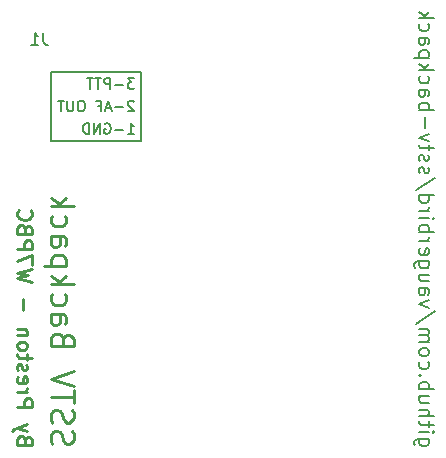
<source format=gbr>
%TF.GenerationSoftware,KiCad,Pcbnew,9.0.0*%
%TF.CreationDate,2025-10-22T11:07:00-07:00*%
%TF.ProjectId,sstv-backpack-v1.0.1,73737476-2d62-4616-936b-7061636b2d76,1.0*%
%TF.SameCoordinates,Original*%
%TF.FileFunction,Legend,Bot*%
%TF.FilePolarity,Positive*%
%FSLAX46Y46*%
G04 Gerber Fmt 4.6, Leading zero omitted, Abs format (unit mm)*
G04 Created by KiCad (PCBNEW 9.0.0) date 2025-10-22 11:07:00*
%MOMM*%
%LPD*%
G01*
G04 APERTURE LIST*
%ADD10C,0.127000*%
%ADD11C,0.177800*%
%ADD12C,0.254000*%
%ADD13C,0.158750*%
%ADD14C,0.150000*%
G04 APERTURE END LIST*
D10*
X143764000Y-90170000D02*
X151384000Y-90170000D01*
X151384000Y-96012000D01*
X143764000Y-96012000D01*
X143764000Y-90170000D01*
D11*
X150240999Y-95398023D02*
X150748999Y-95398023D01*
X150494999Y-95398023D02*
X150494999Y-94509023D01*
X150494999Y-94509023D02*
X150579666Y-94636023D01*
X150579666Y-94636023D02*
X150664333Y-94720690D01*
X150664333Y-94720690D02*
X150748999Y-94763023D01*
X149859999Y-95059356D02*
X149182666Y-95059356D01*
X148293665Y-94551356D02*
X148378332Y-94509023D01*
X148378332Y-94509023D02*
X148505332Y-94509023D01*
X148505332Y-94509023D02*
X148632332Y-94551356D01*
X148632332Y-94551356D02*
X148716999Y-94636023D01*
X148716999Y-94636023D02*
X148759332Y-94720690D01*
X148759332Y-94720690D02*
X148801665Y-94890023D01*
X148801665Y-94890023D02*
X148801665Y-95017023D01*
X148801665Y-95017023D02*
X148759332Y-95186356D01*
X148759332Y-95186356D02*
X148716999Y-95271023D01*
X148716999Y-95271023D02*
X148632332Y-95355690D01*
X148632332Y-95355690D02*
X148505332Y-95398023D01*
X148505332Y-95398023D02*
X148420665Y-95398023D01*
X148420665Y-95398023D02*
X148293665Y-95355690D01*
X148293665Y-95355690D02*
X148251332Y-95313356D01*
X148251332Y-95313356D02*
X148251332Y-95017023D01*
X148251332Y-95017023D02*
X148420665Y-95017023D01*
X147870332Y-95398023D02*
X147870332Y-94509023D01*
X147870332Y-94509023D02*
X147362332Y-95398023D01*
X147362332Y-95398023D02*
X147362332Y-94509023D01*
X146938999Y-95398023D02*
X146938999Y-94509023D01*
X146938999Y-94509023D02*
X146727332Y-94509023D01*
X146727332Y-94509023D02*
X146600332Y-94551356D01*
X146600332Y-94551356D02*
X146515666Y-94636023D01*
X146515666Y-94636023D02*
X146473332Y-94720690D01*
X146473332Y-94720690D02*
X146430999Y-94890023D01*
X146430999Y-94890023D02*
X146430999Y-95017023D01*
X146430999Y-95017023D02*
X146473332Y-95186356D01*
X146473332Y-95186356D02*
X146515666Y-95271023D01*
X146515666Y-95271023D02*
X146600332Y-95355690D01*
X146600332Y-95355690D02*
X146727332Y-95398023D01*
X146727332Y-95398023D02*
X146938999Y-95398023D01*
D12*
X141549869Y-121281180D02*
X141489393Y-121099752D01*
X141489393Y-121099752D02*
X141428917Y-121039275D01*
X141428917Y-121039275D02*
X141307965Y-120978799D01*
X141307965Y-120978799D02*
X141126536Y-120978799D01*
X141126536Y-120978799D02*
X141005584Y-121039275D01*
X141005584Y-121039275D02*
X140945108Y-121099752D01*
X140945108Y-121099752D02*
X140884631Y-121220704D01*
X140884631Y-121220704D02*
X140884631Y-121704514D01*
X140884631Y-121704514D02*
X142154631Y-121704514D01*
X142154631Y-121704514D02*
X142154631Y-121281180D01*
X142154631Y-121281180D02*
X142094155Y-121160228D01*
X142094155Y-121160228D02*
X142033679Y-121099752D01*
X142033679Y-121099752D02*
X141912727Y-121039275D01*
X141912727Y-121039275D02*
X141791774Y-121039275D01*
X141791774Y-121039275D02*
X141670822Y-121099752D01*
X141670822Y-121099752D02*
X141610346Y-121160228D01*
X141610346Y-121160228D02*
X141549869Y-121281180D01*
X141549869Y-121281180D02*
X141549869Y-121704514D01*
X141731298Y-120555466D02*
X140884631Y-120253085D01*
X141731298Y-119950704D02*
X140884631Y-120253085D01*
X140884631Y-120253085D02*
X140582250Y-120374037D01*
X140582250Y-120374037D02*
X140521774Y-120434514D01*
X140521774Y-120434514D02*
X140461298Y-120555466D01*
X140884631Y-118499276D02*
X142154631Y-118499276D01*
X142154631Y-118499276D02*
X142154631Y-118015466D01*
X142154631Y-118015466D02*
X142094155Y-117894514D01*
X142094155Y-117894514D02*
X142033679Y-117834037D01*
X142033679Y-117834037D02*
X141912727Y-117773561D01*
X141912727Y-117773561D02*
X141731298Y-117773561D01*
X141731298Y-117773561D02*
X141610346Y-117834037D01*
X141610346Y-117834037D02*
X141549869Y-117894514D01*
X141549869Y-117894514D02*
X141489393Y-118015466D01*
X141489393Y-118015466D02*
X141489393Y-118499276D01*
X140884631Y-117229276D02*
X141731298Y-117229276D01*
X141489393Y-117229276D02*
X141610346Y-117168799D01*
X141610346Y-117168799D02*
X141670822Y-117108323D01*
X141670822Y-117108323D02*
X141731298Y-116987371D01*
X141731298Y-116987371D02*
X141731298Y-116866418D01*
X140945108Y-115959276D02*
X140884631Y-116080228D01*
X140884631Y-116080228D02*
X140884631Y-116322133D01*
X140884631Y-116322133D02*
X140945108Y-116443086D01*
X140945108Y-116443086D02*
X141066060Y-116503562D01*
X141066060Y-116503562D02*
X141549869Y-116503562D01*
X141549869Y-116503562D02*
X141670822Y-116443086D01*
X141670822Y-116443086D02*
X141731298Y-116322133D01*
X141731298Y-116322133D02*
X141731298Y-116080228D01*
X141731298Y-116080228D02*
X141670822Y-115959276D01*
X141670822Y-115959276D02*
X141549869Y-115898800D01*
X141549869Y-115898800D02*
X141428917Y-115898800D01*
X141428917Y-115898800D02*
X141307965Y-116503562D01*
X140945108Y-115414991D02*
X140884631Y-115294038D01*
X140884631Y-115294038D02*
X140884631Y-115052134D01*
X140884631Y-115052134D02*
X140945108Y-114931181D01*
X140945108Y-114931181D02*
X141066060Y-114870705D01*
X141066060Y-114870705D02*
X141126536Y-114870705D01*
X141126536Y-114870705D02*
X141247488Y-114931181D01*
X141247488Y-114931181D02*
X141307965Y-115052134D01*
X141307965Y-115052134D02*
X141307965Y-115233562D01*
X141307965Y-115233562D02*
X141368441Y-115354515D01*
X141368441Y-115354515D02*
X141489393Y-115414991D01*
X141489393Y-115414991D02*
X141549869Y-115414991D01*
X141549869Y-115414991D02*
X141670822Y-115354515D01*
X141670822Y-115354515D02*
X141731298Y-115233562D01*
X141731298Y-115233562D02*
X141731298Y-115052134D01*
X141731298Y-115052134D02*
X141670822Y-114931181D01*
X141731298Y-114507848D02*
X141731298Y-114024039D01*
X142154631Y-114326420D02*
X141066060Y-114326420D01*
X141066060Y-114326420D02*
X140945108Y-114265943D01*
X140945108Y-114265943D02*
X140884631Y-114144991D01*
X140884631Y-114144991D02*
X140884631Y-114024039D01*
X140884631Y-113419277D02*
X140945108Y-113540229D01*
X140945108Y-113540229D02*
X141005584Y-113600706D01*
X141005584Y-113600706D02*
X141126536Y-113661182D01*
X141126536Y-113661182D02*
X141489393Y-113661182D01*
X141489393Y-113661182D02*
X141610346Y-113600706D01*
X141610346Y-113600706D02*
X141670822Y-113540229D01*
X141670822Y-113540229D02*
X141731298Y-113419277D01*
X141731298Y-113419277D02*
X141731298Y-113237848D01*
X141731298Y-113237848D02*
X141670822Y-113116896D01*
X141670822Y-113116896D02*
X141610346Y-113056420D01*
X141610346Y-113056420D02*
X141489393Y-112995944D01*
X141489393Y-112995944D02*
X141126536Y-112995944D01*
X141126536Y-112995944D02*
X141005584Y-113056420D01*
X141005584Y-113056420D02*
X140945108Y-113116896D01*
X140945108Y-113116896D02*
X140884631Y-113237848D01*
X140884631Y-113237848D02*
X140884631Y-113419277D01*
X141731298Y-112451658D02*
X140884631Y-112451658D01*
X141610346Y-112451658D02*
X141670822Y-112391181D01*
X141670822Y-112391181D02*
X141731298Y-112270229D01*
X141731298Y-112270229D02*
X141731298Y-112088800D01*
X141731298Y-112088800D02*
X141670822Y-111967848D01*
X141670822Y-111967848D02*
X141549869Y-111907372D01*
X141549869Y-111907372D02*
X140884631Y-111907372D01*
X141368441Y-110334991D02*
X141368441Y-109367372D01*
X142154631Y-107915943D02*
X140884631Y-107613562D01*
X140884631Y-107613562D02*
X141791774Y-107371657D01*
X141791774Y-107371657D02*
X140884631Y-107129752D01*
X140884631Y-107129752D02*
X142154631Y-106827372D01*
X142154631Y-106464514D02*
X142154631Y-105617847D01*
X142154631Y-105617847D02*
X140884631Y-106162133D01*
X140884631Y-105134038D02*
X142154631Y-105134038D01*
X142154631Y-105134038D02*
X142154631Y-104650228D01*
X142154631Y-104650228D02*
X142094155Y-104529276D01*
X142094155Y-104529276D02*
X142033679Y-104468799D01*
X142033679Y-104468799D02*
X141912727Y-104408323D01*
X141912727Y-104408323D02*
X141731298Y-104408323D01*
X141731298Y-104408323D02*
X141610346Y-104468799D01*
X141610346Y-104468799D02*
X141549869Y-104529276D01*
X141549869Y-104529276D02*
X141489393Y-104650228D01*
X141489393Y-104650228D02*
X141489393Y-105134038D01*
X141549869Y-103440704D02*
X141489393Y-103259276D01*
X141489393Y-103259276D02*
X141428917Y-103198799D01*
X141428917Y-103198799D02*
X141307965Y-103138323D01*
X141307965Y-103138323D02*
X141126536Y-103138323D01*
X141126536Y-103138323D02*
X141005584Y-103198799D01*
X141005584Y-103198799D02*
X140945108Y-103259276D01*
X140945108Y-103259276D02*
X140884631Y-103380228D01*
X140884631Y-103380228D02*
X140884631Y-103864038D01*
X140884631Y-103864038D02*
X142154631Y-103864038D01*
X142154631Y-103864038D02*
X142154631Y-103440704D01*
X142154631Y-103440704D02*
X142094155Y-103319752D01*
X142094155Y-103319752D02*
X142033679Y-103259276D01*
X142033679Y-103259276D02*
X141912727Y-103198799D01*
X141912727Y-103198799D02*
X141791774Y-103198799D01*
X141791774Y-103198799D02*
X141670822Y-103259276D01*
X141670822Y-103259276D02*
X141610346Y-103319752D01*
X141610346Y-103319752D02*
X141549869Y-103440704D01*
X141549869Y-103440704D02*
X141549869Y-103864038D01*
X141005584Y-101868323D02*
X140945108Y-101928799D01*
X140945108Y-101928799D02*
X140884631Y-102110228D01*
X140884631Y-102110228D02*
X140884631Y-102231180D01*
X140884631Y-102231180D02*
X140945108Y-102412609D01*
X140945108Y-102412609D02*
X141066060Y-102533561D01*
X141066060Y-102533561D02*
X141187012Y-102594038D01*
X141187012Y-102594038D02*
X141428917Y-102654514D01*
X141428917Y-102654514D02*
X141610346Y-102654514D01*
X141610346Y-102654514D02*
X141852250Y-102594038D01*
X141852250Y-102594038D02*
X141973203Y-102533561D01*
X141973203Y-102533561D02*
X142094155Y-102412609D01*
X142094155Y-102412609D02*
X142154631Y-102231180D01*
X142154631Y-102231180D02*
X142154631Y-102110228D01*
X142154631Y-102110228D02*
X142094155Y-101928799D01*
X142094155Y-101928799D02*
X142033679Y-101868323D01*
D11*
X150812500Y-90699023D02*
X150262166Y-90699023D01*
X150262166Y-90699023D02*
X150558500Y-91037690D01*
X150558500Y-91037690D02*
X150431500Y-91037690D01*
X150431500Y-91037690D02*
X150346833Y-91080023D01*
X150346833Y-91080023D02*
X150304500Y-91122356D01*
X150304500Y-91122356D02*
X150262166Y-91207023D01*
X150262166Y-91207023D02*
X150262166Y-91418690D01*
X150262166Y-91418690D02*
X150304500Y-91503356D01*
X150304500Y-91503356D02*
X150346833Y-91545690D01*
X150346833Y-91545690D02*
X150431500Y-91588023D01*
X150431500Y-91588023D02*
X150685500Y-91588023D01*
X150685500Y-91588023D02*
X150770166Y-91545690D01*
X150770166Y-91545690D02*
X150812500Y-91503356D01*
X149881166Y-91249356D02*
X149203833Y-91249356D01*
X148780499Y-91588023D02*
X148780499Y-90699023D01*
X148780499Y-90699023D02*
X148441832Y-90699023D01*
X148441832Y-90699023D02*
X148357166Y-90741356D01*
X148357166Y-90741356D02*
X148314832Y-90783690D01*
X148314832Y-90783690D02*
X148272499Y-90868356D01*
X148272499Y-90868356D02*
X148272499Y-90995356D01*
X148272499Y-90995356D02*
X148314832Y-91080023D01*
X148314832Y-91080023D02*
X148357166Y-91122356D01*
X148357166Y-91122356D02*
X148441832Y-91164690D01*
X148441832Y-91164690D02*
X148780499Y-91164690D01*
X148018499Y-90699023D02*
X147510499Y-90699023D01*
X147764499Y-91588023D02*
X147764499Y-90699023D01*
X147341166Y-90699023D02*
X146833166Y-90699023D01*
X147087166Y-91588023D02*
X147087166Y-90699023D01*
D13*
X175762345Y-121222893D02*
X174734250Y-121222893D01*
X174734250Y-121222893D02*
X174613297Y-121283369D01*
X174613297Y-121283369D02*
X174552821Y-121343845D01*
X174552821Y-121343845D02*
X174492345Y-121464798D01*
X174492345Y-121464798D02*
X174492345Y-121646226D01*
X174492345Y-121646226D02*
X174552821Y-121767179D01*
X174976155Y-121222893D02*
X174915678Y-121343845D01*
X174915678Y-121343845D02*
X174915678Y-121585750D01*
X174915678Y-121585750D02*
X174976155Y-121706702D01*
X174976155Y-121706702D02*
X175036631Y-121767179D01*
X175036631Y-121767179D02*
X175157583Y-121827655D01*
X175157583Y-121827655D02*
X175520440Y-121827655D01*
X175520440Y-121827655D02*
X175641393Y-121767179D01*
X175641393Y-121767179D02*
X175701869Y-121706702D01*
X175701869Y-121706702D02*
X175762345Y-121585750D01*
X175762345Y-121585750D02*
X175762345Y-121343845D01*
X175762345Y-121343845D02*
X175701869Y-121222893D01*
X174915678Y-120618131D02*
X175762345Y-120618131D01*
X176185678Y-120618131D02*
X176125202Y-120678607D01*
X176125202Y-120678607D02*
X176064726Y-120618131D01*
X176064726Y-120618131D02*
X176125202Y-120557654D01*
X176125202Y-120557654D02*
X176185678Y-120618131D01*
X176185678Y-120618131D02*
X176064726Y-120618131D01*
X175762345Y-120194797D02*
X175762345Y-119710988D01*
X176185678Y-120013369D02*
X175097107Y-120013369D01*
X175097107Y-120013369D02*
X174976155Y-119952892D01*
X174976155Y-119952892D02*
X174915678Y-119831940D01*
X174915678Y-119831940D02*
X174915678Y-119710988D01*
X174915678Y-119287655D02*
X176185678Y-119287655D01*
X174915678Y-118743369D02*
X175580916Y-118743369D01*
X175580916Y-118743369D02*
X175701869Y-118803845D01*
X175701869Y-118803845D02*
X175762345Y-118924797D01*
X175762345Y-118924797D02*
X175762345Y-119106226D01*
X175762345Y-119106226D02*
X175701869Y-119227178D01*
X175701869Y-119227178D02*
X175641393Y-119287655D01*
X175762345Y-117594321D02*
X174915678Y-117594321D01*
X175762345Y-118138607D02*
X175097107Y-118138607D01*
X175097107Y-118138607D02*
X174976155Y-118078130D01*
X174976155Y-118078130D02*
X174915678Y-117957178D01*
X174915678Y-117957178D02*
X174915678Y-117775749D01*
X174915678Y-117775749D02*
X174976155Y-117654797D01*
X174976155Y-117654797D02*
X175036631Y-117594321D01*
X174915678Y-116989559D02*
X176185678Y-116989559D01*
X175701869Y-116989559D02*
X175762345Y-116868606D01*
X175762345Y-116868606D02*
X175762345Y-116626701D01*
X175762345Y-116626701D02*
X175701869Y-116505749D01*
X175701869Y-116505749D02*
X175641393Y-116445273D01*
X175641393Y-116445273D02*
X175520440Y-116384797D01*
X175520440Y-116384797D02*
X175157583Y-116384797D01*
X175157583Y-116384797D02*
X175036631Y-116445273D01*
X175036631Y-116445273D02*
X174976155Y-116505749D01*
X174976155Y-116505749D02*
X174915678Y-116626701D01*
X174915678Y-116626701D02*
X174915678Y-116868606D01*
X174915678Y-116868606D02*
X174976155Y-116989559D01*
X175036631Y-115840511D02*
X174976155Y-115780034D01*
X174976155Y-115780034D02*
X174915678Y-115840511D01*
X174915678Y-115840511D02*
X174976155Y-115900987D01*
X174976155Y-115900987D02*
X175036631Y-115840511D01*
X175036631Y-115840511D02*
X174915678Y-115840511D01*
X174976155Y-114691463D02*
X174915678Y-114812415D01*
X174915678Y-114812415D02*
X174915678Y-115054320D01*
X174915678Y-115054320D02*
X174976155Y-115175272D01*
X174976155Y-115175272D02*
X175036631Y-115235749D01*
X175036631Y-115235749D02*
X175157583Y-115296225D01*
X175157583Y-115296225D02*
X175520440Y-115296225D01*
X175520440Y-115296225D02*
X175641393Y-115235749D01*
X175641393Y-115235749D02*
X175701869Y-115175272D01*
X175701869Y-115175272D02*
X175762345Y-115054320D01*
X175762345Y-115054320D02*
X175762345Y-114812415D01*
X175762345Y-114812415D02*
X175701869Y-114691463D01*
X174915678Y-113965749D02*
X174976155Y-114086701D01*
X174976155Y-114086701D02*
X175036631Y-114147178D01*
X175036631Y-114147178D02*
X175157583Y-114207654D01*
X175157583Y-114207654D02*
X175520440Y-114207654D01*
X175520440Y-114207654D02*
X175641393Y-114147178D01*
X175641393Y-114147178D02*
X175701869Y-114086701D01*
X175701869Y-114086701D02*
X175762345Y-113965749D01*
X175762345Y-113965749D02*
X175762345Y-113784320D01*
X175762345Y-113784320D02*
X175701869Y-113663368D01*
X175701869Y-113663368D02*
X175641393Y-113602892D01*
X175641393Y-113602892D02*
X175520440Y-113542416D01*
X175520440Y-113542416D02*
X175157583Y-113542416D01*
X175157583Y-113542416D02*
X175036631Y-113602892D01*
X175036631Y-113602892D02*
X174976155Y-113663368D01*
X174976155Y-113663368D02*
X174915678Y-113784320D01*
X174915678Y-113784320D02*
X174915678Y-113965749D01*
X174915678Y-112998130D02*
X175762345Y-112998130D01*
X175641393Y-112998130D02*
X175701869Y-112937653D01*
X175701869Y-112937653D02*
X175762345Y-112816701D01*
X175762345Y-112816701D02*
X175762345Y-112635272D01*
X175762345Y-112635272D02*
X175701869Y-112514320D01*
X175701869Y-112514320D02*
X175580916Y-112453844D01*
X175580916Y-112453844D02*
X174915678Y-112453844D01*
X175580916Y-112453844D02*
X175701869Y-112393368D01*
X175701869Y-112393368D02*
X175762345Y-112272415D01*
X175762345Y-112272415D02*
X175762345Y-112090987D01*
X175762345Y-112090987D02*
X175701869Y-111970034D01*
X175701869Y-111970034D02*
X175580916Y-111909558D01*
X175580916Y-111909558D02*
X174915678Y-111909558D01*
X176246155Y-110397654D02*
X174613297Y-111486225D01*
X175762345Y-110095273D02*
X174915678Y-109792892D01*
X174915678Y-109792892D02*
X175762345Y-109490511D01*
X174915678Y-108462416D02*
X175580916Y-108462416D01*
X175580916Y-108462416D02*
X175701869Y-108522892D01*
X175701869Y-108522892D02*
X175762345Y-108643844D01*
X175762345Y-108643844D02*
X175762345Y-108885749D01*
X175762345Y-108885749D02*
X175701869Y-109006702D01*
X174976155Y-108462416D02*
X174915678Y-108583368D01*
X174915678Y-108583368D02*
X174915678Y-108885749D01*
X174915678Y-108885749D02*
X174976155Y-109006702D01*
X174976155Y-109006702D02*
X175097107Y-109067178D01*
X175097107Y-109067178D02*
X175218059Y-109067178D01*
X175218059Y-109067178D02*
X175339012Y-109006702D01*
X175339012Y-109006702D02*
X175399488Y-108885749D01*
X175399488Y-108885749D02*
X175399488Y-108583368D01*
X175399488Y-108583368D02*
X175459964Y-108462416D01*
X175762345Y-107313368D02*
X174915678Y-107313368D01*
X175762345Y-107857654D02*
X175097107Y-107857654D01*
X175097107Y-107857654D02*
X174976155Y-107797177D01*
X174976155Y-107797177D02*
X174915678Y-107676225D01*
X174915678Y-107676225D02*
X174915678Y-107494796D01*
X174915678Y-107494796D02*
X174976155Y-107373844D01*
X174976155Y-107373844D02*
X175036631Y-107313368D01*
X175762345Y-106164320D02*
X174734250Y-106164320D01*
X174734250Y-106164320D02*
X174613297Y-106224796D01*
X174613297Y-106224796D02*
X174552821Y-106285272D01*
X174552821Y-106285272D02*
X174492345Y-106406225D01*
X174492345Y-106406225D02*
X174492345Y-106587653D01*
X174492345Y-106587653D02*
X174552821Y-106708606D01*
X174976155Y-106164320D02*
X174915678Y-106285272D01*
X174915678Y-106285272D02*
X174915678Y-106527177D01*
X174915678Y-106527177D02*
X174976155Y-106648129D01*
X174976155Y-106648129D02*
X175036631Y-106708606D01*
X175036631Y-106708606D02*
X175157583Y-106769082D01*
X175157583Y-106769082D02*
X175520440Y-106769082D01*
X175520440Y-106769082D02*
X175641393Y-106708606D01*
X175641393Y-106708606D02*
X175701869Y-106648129D01*
X175701869Y-106648129D02*
X175762345Y-106527177D01*
X175762345Y-106527177D02*
X175762345Y-106285272D01*
X175762345Y-106285272D02*
X175701869Y-106164320D01*
X174976155Y-105075748D02*
X174915678Y-105196700D01*
X174915678Y-105196700D02*
X174915678Y-105438605D01*
X174915678Y-105438605D02*
X174976155Y-105559558D01*
X174976155Y-105559558D02*
X175097107Y-105620034D01*
X175097107Y-105620034D02*
X175580916Y-105620034D01*
X175580916Y-105620034D02*
X175701869Y-105559558D01*
X175701869Y-105559558D02*
X175762345Y-105438605D01*
X175762345Y-105438605D02*
X175762345Y-105196700D01*
X175762345Y-105196700D02*
X175701869Y-105075748D01*
X175701869Y-105075748D02*
X175580916Y-105015272D01*
X175580916Y-105015272D02*
X175459964Y-105015272D01*
X175459964Y-105015272D02*
X175339012Y-105620034D01*
X174915678Y-104470987D02*
X175762345Y-104470987D01*
X175520440Y-104470987D02*
X175641393Y-104410510D01*
X175641393Y-104410510D02*
X175701869Y-104350034D01*
X175701869Y-104350034D02*
X175762345Y-104229082D01*
X175762345Y-104229082D02*
X175762345Y-104108129D01*
X174915678Y-103684797D02*
X176185678Y-103684797D01*
X175701869Y-103684797D02*
X175762345Y-103563844D01*
X175762345Y-103563844D02*
X175762345Y-103321939D01*
X175762345Y-103321939D02*
X175701869Y-103200987D01*
X175701869Y-103200987D02*
X175641393Y-103140511D01*
X175641393Y-103140511D02*
X175520440Y-103080035D01*
X175520440Y-103080035D02*
X175157583Y-103080035D01*
X175157583Y-103080035D02*
X175036631Y-103140511D01*
X175036631Y-103140511D02*
X174976155Y-103200987D01*
X174976155Y-103200987D02*
X174915678Y-103321939D01*
X174915678Y-103321939D02*
X174915678Y-103563844D01*
X174915678Y-103563844D02*
X174976155Y-103684797D01*
X174915678Y-102535749D02*
X175762345Y-102535749D01*
X176185678Y-102535749D02*
X176125202Y-102596225D01*
X176125202Y-102596225D02*
X176064726Y-102535749D01*
X176064726Y-102535749D02*
X176125202Y-102475272D01*
X176125202Y-102475272D02*
X176185678Y-102535749D01*
X176185678Y-102535749D02*
X176064726Y-102535749D01*
X174915678Y-101930987D02*
X175762345Y-101930987D01*
X175520440Y-101930987D02*
X175641393Y-101870510D01*
X175641393Y-101870510D02*
X175701869Y-101810034D01*
X175701869Y-101810034D02*
X175762345Y-101689082D01*
X175762345Y-101689082D02*
X175762345Y-101568129D01*
X174915678Y-100600511D02*
X176185678Y-100600511D01*
X174976155Y-100600511D02*
X174915678Y-100721463D01*
X174915678Y-100721463D02*
X174915678Y-100963368D01*
X174915678Y-100963368D02*
X174976155Y-101084320D01*
X174976155Y-101084320D02*
X175036631Y-101144797D01*
X175036631Y-101144797D02*
X175157583Y-101205273D01*
X175157583Y-101205273D02*
X175520440Y-101205273D01*
X175520440Y-101205273D02*
X175641393Y-101144797D01*
X175641393Y-101144797D02*
X175701869Y-101084320D01*
X175701869Y-101084320D02*
X175762345Y-100963368D01*
X175762345Y-100963368D02*
X175762345Y-100721463D01*
X175762345Y-100721463D02*
X175701869Y-100600511D01*
X176246155Y-99088606D02*
X174613297Y-100177177D01*
X174976155Y-98725749D02*
X174915678Y-98604796D01*
X174915678Y-98604796D02*
X174915678Y-98362892D01*
X174915678Y-98362892D02*
X174976155Y-98241939D01*
X174976155Y-98241939D02*
X175097107Y-98181463D01*
X175097107Y-98181463D02*
X175157583Y-98181463D01*
X175157583Y-98181463D02*
X175278535Y-98241939D01*
X175278535Y-98241939D02*
X175339012Y-98362892D01*
X175339012Y-98362892D02*
X175339012Y-98544320D01*
X175339012Y-98544320D02*
X175399488Y-98665273D01*
X175399488Y-98665273D02*
X175520440Y-98725749D01*
X175520440Y-98725749D02*
X175580916Y-98725749D01*
X175580916Y-98725749D02*
X175701869Y-98665273D01*
X175701869Y-98665273D02*
X175762345Y-98544320D01*
X175762345Y-98544320D02*
X175762345Y-98362892D01*
X175762345Y-98362892D02*
X175701869Y-98241939D01*
X174976155Y-97697654D02*
X174915678Y-97576701D01*
X174915678Y-97576701D02*
X174915678Y-97334797D01*
X174915678Y-97334797D02*
X174976155Y-97213844D01*
X174976155Y-97213844D02*
X175097107Y-97153368D01*
X175097107Y-97153368D02*
X175157583Y-97153368D01*
X175157583Y-97153368D02*
X175278535Y-97213844D01*
X175278535Y-97213844D02*
X175339012Y-97334797D01*
X175339012Y-97334797D02*
X175339012Y-97516225D01*
X175339012Y-97516225D02*
X175399488Y-97637178D01*
X175399488Y-97637178D02*
X175520440Y-97697654D01*
X175520440Y-97697654D02*
X175580916Y-97697654D01*
X175580916Y-97697654D02*
X175701869Y-97637178D01*
X175701869Y-97637178D02*
X175762345Y-97516225D01*
X175762345Y-97516225D02*
X175762345Y-97334797D01*
X175762345Y-97334797D02*
X175701869Y-97213844D01*
X175762345Y-96790511D02*
X175762345Y-96306702D01*
X176185678Y-96609083D02*
X175097107Y-96609083D01*
X175097107Y-96609083D02*
X174976155Y-96548606D01*
X174976155Y-96548606D02*
X174915678Y-96427654D01*
X174915678Y-96427654D02*
X174915678Y-96306702D01*
X175762345Y-96004321D02*
X174915678Y-95701940D01*
X174915678Y-95701940D02*
X175762345Y-95399559D01*
X175399488Y-94915750D02*
X175399488Y-93948131D01*
X174915678Y-93343369D02*
X176185678Y-93343369D01*
X175701869Y-93343369D02*
X175762345Y-93222416D01*
X175762345Y-93222416D02*
X175762345Y-92980511D01*
X175762345Y-92980511D02*
X175701869Y-92859559D01*
X175701869Y-92859559D02*
X175641393Y-92799083D01*
X175641393Y-92799083D02*
X175520440Y-92738607D01*
X175520440Y-92738607D02*
X175157583Y-92738607D01*
X175157583Y-92738607D02*
X175036631Y-92799083D01*
X175036631Y-92799083D02*
X174976155Y-92859559D01*
X174976155Y-92859559D02*
X174915678Y-92980511D01*
X174915678Y-92980511D02*
X174915678Y-93222416D01*
X174915678Y-93222416D02*
X174976155Y-93343369D01*
X174915678Y-91650035D02*
X175580916Y-91650035D01*
X175580916Y-91650035D02*
X175701869Y-91710511D01*
X175701869Y-91710511D02*
X175762345Y-91831463D01*
X175762345Y-91831463D02*
X175762345Y-92073368D01*
X175762345Y-92073368D02*
X175701869Y-92194321D01*
X174976155Y-91650035D02*
X174915678Y-91770987D01*
X174915678Y-91770987D02*
X174915678Y-92073368D01*
X174915678Y-92073368D02*
X174976155Y-92194321D01*
X174976155Y-92194321D02*
X175097107Y-92254797D01*
X175097107Y-92254797D02*
X175218059Y-92254797D01*
X175218059Y-92254797D02*
X175339012Y-92194321D01*
X175339012Y-92194321D02*
X175399488Y-92073368D01*
X175399488Y-92073368D02*
X175399488Y-91770987D01*
X175399488Y-91770987D02*
X175459964Y-91650035D01*
X174976155Y-90500987D02*
X174915678Y-90621939D01*
X174915678Y-90621939D02*
X174915678Y-90863844D01*
X174915678Y-90863844D02*
X174976155Y-90984796D01*
X174976155Y-90984796D02*
X175036631Y-91045273D01*
X175036631Y-91045273D02*
X175157583Y-91105749D01*
X175157583Y-91105749D02*
X175520440Y-91105749D01*
X175520440Y-91105749D02*
X175641393Y-91045273D01*
X175641393Y-91045273D02*
X175701869Y-90984796D01*
X175701869Y-90984796D02*
X175762345Y-90863844D01*
X175762345Y-90863844D02*
X175762345Y-90621939D01*
X175762345Y-90621939D02*
X175701869Y-90500987D01*
X174915678Y-89956702D02*
X176185678Y-89956702D01*
X175399488Y-89835749D02*
X174915678Y-89472892D01*
X175762345Y-89472892D02*
X175278535Y-89956702D01*
X175762345Y-88928607D02*
X174492345Y-88928607D01*
X175701869Y-88928607D02*
X175762345Y-88807654D01*
X175762345Y-88807654D02*
X175762345Y-88565749D01*
X175762345Y-88565749D02*
X175701869Y-88444797D01*
X175701869Y-88444797D02*
X175641393Y-88384321D01*
X175641393Y-88384321D02*
X175520440Y-88323845D01*
X175520440Y-88323845D02*
X175157583Y-88323845D01*
X175157583Y-88323845D02*
X175036631Y-88384321D01*
X175036631Y-88384321D02*
X174976155Y-88444797D01*
X174976155Y-88444797D02*
X174915678Y-88565749D01*
X174915678Y-88565749D02*
X174915678Y-88807654D01*
X174915678Y-88807654D02*
X174976155Y-88928607D01*
X174915678Y-87235273D02*
X175580916Y-87235273D01*
X175580916Y-87235273D02*
X175701869Y-87295749D01*
X175701869Y-87295749D02*
X175762345Y-87416701D01*
X175762345Y-87416701D02*
X175762345Y-87658606D01*
X175762345Y-87658606D02*
X175701869Y-87779559D01*
X174976155Y-87235273D02*
X174915678Y-87356225D01*
X174915678Y-87356225D02*
X174915678Y-87658606D01*
X174915678Y-87658606D02*
X174976155Y-87779559D01*
X174976155Y-87779559D02*
X175097107Y-87840035D01*
X175097107Y-87840035D02*
X175218059Y-87840035D01*
X175218059Y-87840035D02*
X175339012Y-87779559D01*
X175339012Y-87779559D02*
X175399488Y-87658606D01*
X175399488Y-87658606D02*
X175399488Y-87356225D01*
X175399488Y-87356225D02*
X175459964Y-87235273D01*
X174976155Y-86086225D02*
X174915678Y-86207177D01*
X174915678Y-86207177D02*
X174915678Y-86449082D01*
X174915678Y-86449082D02*
X174976155Y-86570034D01*
X174976155Y-86570034D02*
X175036631Y-86630511D01*
X175036631Y-86630511D02*
X175157583Y-86690987D01*
X175157583Y-86690987D02*
X175520440Y-86690987D01*
X175520440Y-86690987D02*
X175641393Y-86630511D01*
X175641393Y-86630511D02*
X175701869Y-86570034D01*
X175701869Y-86570034D02*
X175762345Y-86449082D01*
X175762345Y-86449082D02*
X175762345Y-86207177D01*
X175762345Y-86207177D02*
X175701869Y-86086225D01*
X174915678Y-85541940D02*
X176185678Y-85541940D01*
X175399488Y-85420987D02*
X174915678Y-85058130D01*
X175762345Y-85058130D02*
X175278535Y-85541940D01*
D11*
X150748999Y-92688690D02*
X150706666Y-92646356D01*
X150706666Y-92646356D02*
X150621999Y-92604023D01*
X150621999Y-92604023D02*
X150410333Y-92604023D01*
X150410333Y-92604023D02*
X150325666Y-92646356D01*
X150325666Y-92646356D02*
X150283333Y-92688690D01*
X150283333Y-92688690D02*
X150240999Y-92773356D01*
X150240999Y-92773356D02*
X150240999Y-92858023D01*
X150240999Y-92858023D02*
X150283333Y-92985023D01*
X150283333Y-92985023D02*
X150791333Y-93493023D01*
X150791333Y-93493023D02*
X150240999Y-93493023D01*
X149859999Y-93154356D02*
X149182666Y-93154356D01*
X148801665Y-93239023D02*
X148378332Y-93239023D01*
X148886332Y-93493023D02*
X148589999Y-92604023D01*
X148589999Y-92604023D02*
X148293665Y-93493023D01*
X147700999Y-93027356D02*
X147997332Y-93027356D01*
X147997332Y-93493023D02*
X147997332Y-92604023D01*
X147997332Y-92604023D02*
X147573999Y-92604023D01*
X146388666Y-92604023D02*
X146219332Y-92604023D01*
X146219332Y-92604023D02*
X146134666Y-92646356D01*
X146134666Y-92646356D02*
X146049999Y-92731023D01*
X146049999Y-92731023D02*
X146007666Y-92900356D01*
X146007666Y-92900356D02*
X146007666Y-93196690D01*
X146007666Y-93196690D02*
X146049999Y-93366023D01*
X146049999Y-93366023D02*
X146134666Y-93450690D01*
X146134666Y-93450690D02*
X146219332Y-93493023D01*
X146219332Y-93493023D02*
X146388666Y-93493023D01*
X146388666Y-93493023D02*
X146473332Y-93450690D01*
X146473332Y-93450690D02*
X146557999Y-93366023D01*
X146557999Y-93366023D02*
X146600332Y-93196690D01*
X146600332Y-93196690D02*
X146600332Y-92900356D01*
X146600332Y-92900356D02*
X146557999Y-92731023D01*
X146557999Y-92731023D02*
X146473332Y-92646356D01*
X146473332Y-92646356D02*
X146388666Y-92604023D01*
X145626666Y-92604023D02*
X145626666Y-93323690D01*
X145626666Y-93323690D02*
X145584333Y-93408356D01*
X145584333Y-93408356D02*
X145541999Y-93450690D01*
X145541999Y-93450690D02*
X145457333Y-93493023D01*
X145457333Y-93493023D02*
X145287999Y-93493023D01*
X145287999Y-93493023D02*
X145203333Y-93450690D01*
X145203333Y-93450690D02*
X145160999Y-93408356D01*
X145160999Y-93408356D02*
X145118666Y-93323690D01*
X145118666Y-93323690D02*
X145118666Y-92604023D01*
X144822333Y-92604023D02*
X144314333Y-92604023D01*
X144568333Y-93493023D02*
X144568333Y-92604023D01*
D12*
X143847058Y-121644037D02*
X143756343Y-121371895D01*
X143756343Y-121371895D02*
X143756343Y-120918323D01*
X143756343Y-120918323D02*
X143847058Y-120736895D01*
X143847058Y-120736895D02*
X143937772Y-120646180D01*
X143937772Y-120646180D02*
X144119200Y-120555466D01*
X144119200Y-120555466D02*
X144300629Y-120555466D01*
X144300629Y-120555466D02*
X144482058Y-120646180D01*
X144482058Y-120646180D02*
X144572772Y-120736895D01*
X144572772Y-120736895D02*
X144663486Y-120918323D01*
X144663486Y-120918323D02*
X144754200Y-121281180D01*
X144754200Y-121281180D02*
X144844915Y-121462609D01*
X144844915Y-121462609D02*
X144935629Y-121553323D01*
X144935629Y-121553323D02*
X145117058Y-121644037D01*
X145117058Y-121644037D02*
X145298486Y-121644037D01*
X145298486Y-121644037D02*
X145479915Y-121553323D01*
X145479915Y-121553323D02*
X145570629Y-121462609D01*
X145570629Y-121462609D02*
X145661343Y-121281180D01*
X145661343Y-121281180D02*
X145661343Y-120827609D01*
X145661343Y-120827609D02*
X145570629Y-120555466D01*
X143847058Y-119829751D02*
X143756343Y-119557609D01*
X143756343Y-119557609D02*
X143756343Y-119104037D01*
X143756343Y-119104037D02*
X143847058Y-118922609D01*
X143847058Y-118922609D02*
X143937772Y-118831894D01*
X143937772Y-118831894D02*
X144119200Y-118741180D01*
X144119200Y-118741180D02*
X144300629Y-118741180D01*
X144300629Y-118741180D02*
X144482058Y-118831894D01*
X144482058Y-118831894D02*
X144572772Y-118922609D01*
X144572772Y-118922609D02*
X144663486Y-119104037D01*
X144663486Y-119104037D02*
X144754200Y-119466894D01*
X144754200Y-119466894D02*
X144844915Y-119648323D01*
X144844915Y-119648323D02*
X144935629Y-119739037D01*
X144935629Y-119739037D02*
X145117058Y-119829751D01*
X145117058Y-119829751D02*
X145298486Y-119829751D01*
X145298486Y-119829751D02*
X145479915Y-119739037D01*
X145479915Y-119739037D02*
X145570629Y-119648323D01*
X145570629Y-119648323D02*
X145661343Y-119466894D01*
X145661343Y-119466894D02*
X145661343Y-119013323D01*
X145661343Y-119013323D02*
X145570629Y-118741180D01*
X145661343Y-118196894D02*
X145661343Y-117108323D01*
X143756343Y-117652608D02*
X145661343Y-117652608D01*
X145661343Y-116745465D02*
X143756343Y-116110465D01*
X143756343Y-116110465D02*
X145661343Y-115475465D01*
X144754200Y-112754036D02*
X144663486Y-112481893D01*
X144663486Y-112481893D02*
X144572772Y-112391179D01*
X144572772Y-112391179D02*
X144391343Y-112300465D01*
X144391343Y-112300465D02*
X144119200Y-112300465D01*
X144119200Y-112300465D02*
X143937772Y-112391179D01*
X143937772Y-112391179D02*
X143847058Y-112481893D01*
X143847058Y-112481893D02*
X143756343Y-112663322D01*
X143756343Y-112663322D02*
X143756343Y-113389036D01*
X143756343Y-113389036D02*
X145661343Y-113389036D01*
X145661343Y-113389036D02*
X145661343Y-112754036D01*
X145661343Y-112754036D02*
X145570629Y-112572608D01*
X145570629Y-112572608D02*
X145479915Y-112481893D01*
X145479915Y-112481893D02*
X145298486Y-112391179D01*
X145298486Y-112391179D02*
X145117058Y-112391179D01*
X145117058Y-112391179D02*
X144935629Y-112481893D01*
X144935629Y-112481893D02*
X144844915Y-112572608D01*
X144844915Y-112572608D02*
X144754200Y-112754036D01*
X144754200Y-112754036D02*
X144754200Y-113389036D01*
X143756343Y-110667608D02*
X144754200Y-110667608D01*
X144754200Y-110667608D02*
X144935629Y-110758322D01*
X144935629Y-110758322D02*
X145026343Y-110939750D01*
X145026343Y-110939750D02*
X145026343Y-111302608D01*
X145026343Y-111302608D02*
X144935629Y-111484036D01*
X143847058Y-110667608D02*
X143756343Y-110849036D01*
X143756343Y-110849036D02*
X143756343Y-111302608D01*
X143756343Y-111302608D02*
X143847058Y-111484036D01*
X143847058Y-111484036D02*
X144028486Y-111574750D01*
X144028486Y-111574750D02*
X144209915Y-111574750D01*
X144209915Y-111574750D02*
X144391343Y-111484036D01*
X144391343Y-111484036D02*
X144482058Y-111302608D01*
X144482058Y-111302608D02*
X144482058Y-110849036D01*
X144482058Y-110849036D02*
X144572772Y-110667608D01*
X143847058Y-108944037D02*
X143756343Y-109125465D01*
X143756343Y-109125465D02*
X143756343Y-109488322D01*
X143756343Y-109488322D02*
X143847058Y-109669751D01*
X143847058Y-109669751D02*
X143937772Y-109760465D01*
X143937772Y-109760465D02*
X144119200Y-109851179D01*
X144119200Y-109851179D02*
X144663486Y-109851179D01*
X144663486Y-109851179D02*
X144844915Y-109760465D01*
X144844915Y-109760465D02*
X144935629Y-109669751D01*
X144935629Y-109669751D02*
X145026343Y-109488322D01*
X145026343Y-109488322D02*
X145026343Y-109125465D01*
X145026343Y-109125465D02*
X144935629Y-108944037D01*
X143756343Y-108127608D02*
X145661343Y-108127608D01*
X144482058Y-107946180D02*
X143756343Y-107401894D01*
X145026343Y-107401894D02*
X144300629Y-108127608D01*
X145026343Y-106585465D02*
X143121343Y-106585465D01*
X144935629Y-106585465D02*
X145026343Y-106404037D01*
X145026343Y-106404037D02*
X145026343Y-106041179D01*
X145026343Y-106041179D02*
X144935629Y-105859751D01*
X144935629Y-105859751D02*
X144844915Y-105769037D01*
X144844915Y-105769037D02*
X144663486Y-105678322D01*
X144663486Y-105678322D02*
X144119200Y-105678322D01*
X144119200Y-105678322D02*
X143937772Y-105769037D01*
X143937772Y-105769037D02*
X143847058Y-105859751D01*
X143847058Y-105859751D02*
X143756343Y-106041179D01*
X143756343Y-106041179D02*
X143756343Y-106404037D01*
X143756343Y-106404037D02*
X143847058Y-106585465D01*
X143756343Y-104045466D02*
X144754200Y-104045466D01*
X144754200Y-104045466D02*
X144935629Y-104136180D01*
X144935629Y-104136180D02*
X145026343Y-104317608D01*
X145026343Y-104317608D02*
X145026343Y-104680466D01*
X145026343Y-104680466D02*
X144935629Y-104861894D01*
X143847058Y-104045466D02*
X143756343Y-104226894D01*
X143756343Y-104226894D02*
X143756343Y-104680466D01*
X143756343Y-104680466D02*
X143847058Y-104861894D01*
X143847058Y-104861894D02*
X144028486Y-104952608D01*
X144028486Y-104952608D02*
X144209915Y-104952608D01*
X144209915Y-104952608D02*
X144391343Y-104861894D01*
X144391343Y-104861894D02*
X144482058Y-104680466D01*
X144482058Y-104680466D02*
X144482058Y-104226894D01*
X144482058Y-104226894D02*
X144572772Y-104045466D01*
X143847058Y-102321895D02*
X143756343Y-102503323D01*
X143756343Y-102503323D02*
X143756343Y-102866180D01*
X143756343Y-102866180D02*
X143847058Y-103047609D01*
X143847058Y-103047609D02*
X143937772Y-103138323D01*
X143937772Y-103138323D02*
X144119200Y-103229037D01*
X144119200Y-103229037D02*
X144663486Y-103229037D01*
X144663486Y-103229037D02*
X144844915Y-103138323D01*
X144844915Y-103138323D02*
X144935629Y-103047609D01*
X144935629Y-103047609D02*
X145026343Y-102866180D01*
X145026343Y-102866180D02*
X145026343Y-102503323D01*
X145026343Y-102503323D02*
X144935629Y-102321895D01*
X143756343Y-101505466D02*
X145661343Y-101505466D01*
X144482058Y-101324038D02*
X143756343Y-100779752D01*
X145026343Y-100779752D02*
X144300629Y-101505466D01*
D14*
X143081333Y-86830819D02*
X143081333Y-87545104D01*
X143081333Y-87545104D02*
X143128952Y-87687961D01*
X143128952Y-87687961D02*
X143224190Y-87783200D01*
X143224190Y-87783200D02*
X143367047Y-87830819D01*
X143367047Y-87830819D02*
X143462285Y-87830819D01*
X142081333Y-87830819D02*
X142652761Y-87830819D01*
X142367047Y-87830819D02*
X142367047Y-86830819D01*
X142367047Y-86830819D02*
X142462285Y-86973676D01*
X142462285Y-86973676D02*
X142557523Y-87068914D01*
X142557523Y-87068914D02*
X142652761Y-87116533D01*
M02*

</source>
